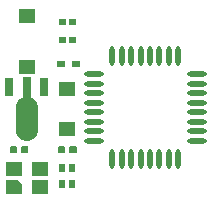
<source format=gtp>
G04 Layer: TopPasteMaskLayer*
G04 EasyEDA v6.5.28, 2023-08-24 20:05:08*
G04 9c66aa1ce33b43c093e5003b3976a485,a91715704fb945b483ebfb4622a18937,10*
G04 Gerber Generator version 0.2*
G04 Scale: 100 percent, Rotated: No, Reflected: No *
G04 Dimensions in inches *
G04 leading zeros omitted , absolute positions ,3 integer and 6 decimal *
%FSLAX36Y36*%
%MOIN*%

%AMMACRO1*4,1,5,-0.0276,0.0226,0.0133,0.0226,0.0276,0.0077,0.0276,-0.0226,-0.0276,-0.0226,-0.0276,0.0226,0*%
%AMMACRO2*21,1,$1,$2,0,0,$3*%
%ADD10R,0.0551X0.0453*%
%ADD11MACRO1*%
%ADD12R,0.0236X0.0256*%
%ADD13R,0.0551X0.0472*%
%ADD14R,0.0295X0.0236*%
%ADD15MACRO2,0.0535X0.0484X0.0000*%
%ADD16R,0.0265X0.0620*%
%ADD17O,0.017717X0.064961*%
%ADD18O,0.064961X0.017717*%

%LPD*%
G36*
X636260Y3065820D02*
G01*
X634300Y3063860D01*
X634300Y3046139D01*
X636260Y3044180D01*
X655160Y3044180D01*
X657920Y3046139D01*
X657920Y3063860D01*
X655160Y3065820D01*
G37*
G36*
X674840Y3065820D02*
G01*
X672080Y3063860D01*
X672080Y3046139D01*
X674840Y3044180D01*
X693740Y3044180D01*
X695699Y3046139D01*
X695699Y3063860D01*
X693740Y3065820D01*
G37*
G36*
X835140Y3065820D02*
G01*
X832380Y3063860D01*
X832380Y3046139D01*
X835140Y3044180D01*
X854040Y3044180D01*
X856000Y3046139D01*
X856000Y3063860D01*
X854040Y3065820D01*
G37*
G36*
X796560Y3065820D02*
G01*
X794599Y3063860D01*
X794599Y3046139D01*
X796560Y3044180D01*
X815460Y3044180D01*
X818220Y3046139D01*
X818220Y3063860D01*
X815460Y3065820D01*
G37*
G36*
X798700Y3490640D02*
G01*
X797120Y3489060D01*
X797120Y3470940D01*
X798700Y3469360D01*
X818420Y3469360D01*
X819980Y3470940D01*
X819980Y3489060D01*
X818420Y3490640D01*
G37*
G36*
X832200Y3490640D02*
G01*
X830620Y3489060D01*
X830620Y3470940D01*
X832200Y3469360D01*
X851900Y3469360D01*
X853480Y3470940D01*
X853480Y3489060D01*
X851900Y3490640D01*
G37*
G36*
X798700Y3430640D02*
G01*
X797120Y3429060D01*
X797120Y3410940D01*
X798700Y3409360D01*
X818420Y3409360D01*
X819980Y3410940D01*
X819980Y3429060D01*
X818420Y3430640D01*
G37*
G36*
X832200Y3430640D02*
G01*
X830620Y3429060D01*
X830620Y3410940D01*
X832200Y3409360D01*
X851900Y3409360D01*
X853480Y3410940D01*
X853480Y3429060D01*
X851900Y3430640D01*
G37*
D10*
G01*
X733310Y2991500D03*
D11*
G01*
X646687Y2928504D03*
D10*
G01*
X646689Y2991500D03*
G01*
X733310Y2928499D03*
D12*
G01*
X841700Y2995000D03*
G01*
X808299Y2995000D03*
G01*
X841700Y2940000D03*
G01*
X808299Y2940000D03*
D13*
G01*
X825299Y3256930D03*
G01*
X825299Y3123069D03*
D14*
G01*
X854830Y3340000D03*
G01*
X805770Y3340000D03*
D15*
G01*
X689994Y3501023D03*
G01*
X689994Y3328976D03*
D16*
G01*
X749050Y3264839D03*
G01*
X630940Y3264839D03*
G36*
X652604Y3121547D02*
G01*
X652604Y3194548D01*
X652647Y3196301D01*
X652770Y3198049D01*
X652975Y3199792D01*
X653261Y3201521D01*
X653629Y3203236D01*
X654076Y3204931D01*
X654601Y3206604D01*
X655205Y3208251D01*
X655886Y3209866D01*
X656642Y3211450D01*
X657471Y3212995D01*
X658371Y3214499D01*
X659342Y3215961D01*
X660378Y3217375D01*
X661480Y3218737D01*
X662647Y3220048D01*
X663872Y3221302D01*
X665154Y3222498D01*
X666491Y3223633D01*
X667880Y3224702D01*
X669319Y3225707D01*
X670801Y3226642D01*
X672328Y3227507D01*
X673891Y3228299D01*
X677013Y3229018D01*
X677013Y3295841D01*
X702997Y3295841D01*
X702997Y3229018D01*
X706122Y3228299D01*
X707685Y3227507D01*
X709211Y3226642D01*
X710695Y3225707D01*
X712133Y3224702D01*
X713521Y3223633D01*
X714859Y3222498D01*
X716141Y3221302D01*
X717366Y3220048D01*
X718533Y3218737D01*
X719634Y3217375D01*
X720671Y3215961D01*
X721642Y3214499D01*
X722543Y3212995D01*
X723371Y3211450D01*
X724126Y3209866D01*
X724807Y3208251D01*
X725412Y3206604D01*
X725938Y3204931D01*
X726384Y3203236D01*
X726752Y3201521D01*
X727038Y3199792D01*
X727244Y3198049D01*
X727366Y3196301D01*
X727408Y3194548D01*
X727408Y3121547D01*
X727366Y3119794D01*
X727244Y3118046D01*
X727038Y3116304D01*
X726752Y3114573D01*
X726384Y3112858D01*
X725938Y3111164D01*
X725412Y3109490D01*
X724807Y3107845D01*
X724126Y3106228D01*
X723371Y3104645D01*
X722543Y3103101D01*
X721642Y3101596D01*
X720671Y3100134D01*
X719634Y3098721D01*
X718533Y3097358D01*
X717366Y3096046D01*
X716141Y3094792D01*
X714859Y3093596D01*
X713521Y3092463D01*
X712133Y3091392D01*
X710695Y3090389D01*
X709211Y3089453D01*
X707685Y3088589D01*
X706122Y3087795D01*
X704522Y3087078D01*
X702890Y3086435D01*
X701230Y3085870D01*
X699546Y3085383D01*
X697840Y3084976D01*
X696118Y3084648D01*
X694380Y3084403D01*
X692634Y3084238D01*
X690884Y3084157D01*
X689130Y3084157D01*
X687379Y3084238D01*
X685632Y3084403D01*
X683896Y3084648D01*
X682174Y3084976D01*
X680468Y3085383D01*
X678782Y3085870D01*
X677123Y3086435D01*
X675491Y3087078D01*
X673891Y3087795D01*
X672328Y3088589D01*
X670801Y3089453D01*
X669319Y3090389D01*
X667880Y3091392D01*
X666491Y3092463D01*
X665154Y3093596D01*
X663872Y3094792D01*
X662647Y3096046D01*
X661480Y3097358D01*
X660378Y3098721D01*
X659342Y3100134D01*
X658371Y3101596D01*
X657471Y3103101D01*
X656642Y3104645D01*
X655886Y3106228D01*
X655205Y3107845D01*
X654601Y3109490D01*
X654076Y3111164D01*
X653629Y3112858D01*
X653261Y3114573D01*
X652975Y3116304D01*
X652770Y3118046D01*
X652647Y3119794D01*
G37*
D17*
G01*
X974759Y3367500D03*
G01*
X1006260Y3367500D03*
G01*
X1037759Y3367500D03*
G01*
X1069250Y3367500D03*
G01*
X1100749Y3367500D03*
G01*
X1132240Y3367500D03*
G01*
X1163739Y3367500D03*
G01*
X1195240Y3367500D03*
D18*
G01*
X1256999Y3305239D03*
G01*
X1256999Y3273739D03*
G01*
X1256999Y3242240D03*
G01*
X1256999Y3210749D03*
G01*
X1256999Y3179250D03*
G01*
X1256999Y3147759D03*
G01*
X1256999Y3116260D03*
G01*
X1256999Y3084760D03*
D17*
G01*
X1195240Y3022500D03*
G01*
X1163739Y3022500D03*
G01*
X1132240Y3022500D03*
G01*
X1100749Y3022500D03*
G01*
X1069250Y3022500D03*
G01*
X1037759Y3022500D03*
G01*
X1006260Y3022500D03*
G01*
X974759Y3022500D03*
D18*
G01*
X913000Y3084760D03*
G01*
X913000Y3116260D03*
G01*
X913000Y3147759D03*
G01*
X913000Y3179250D03*
G01*
X913000Y3210749D03*
G01*
X913000Y3242240D03*
G01*
X913000Y3273739D03*
G01*
X913000Y3305239D03*
M02*

</source>
